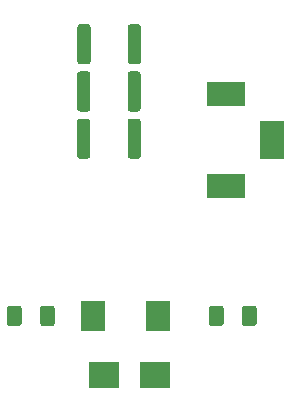
<source format=gbr>
%TF.GenerationSoftware,KiCad,Pcbnew,5.1.6-c6e7f7d~87~ubuntu20.04.1*%
%TF.CreationDate,2020-09-02T03:18:24+02:00*%
%TF.ProjectId,bias-t-injector-smd,62696173-2d74-42d6-996e-6a6563746f72,rev?*%
%TF.SameCoordinates,Original*%
%TF.FileFunction,Paste,Top*%
%TF.FilePolarity,Positive*%
%FSLAX46Y46*%
G04 Gerber Fmt 4.6, Leading zero omitted, Abs format (unit mm)*
G04 Created by KiCad (PCBNEW 5.1.6-c6e7f7d~87~ubuntu20.04.1) date 2020-09-02 03:18:24*
%MOMM*%
%LPD*%
G01*
G04 APERTURE LIST*
%ADD10R,2.000000X2.500000*%
%ADD11R,2.500000X2.300000*%
%ADD12R,3.200000X2.000000*%
%ADD13R,2.000000X3.200000*%
G04 APERTURE END LIST*
%TO.C,C1*%
G36*
G01*
X57812500Y-34549999D02*
X57812500Y-37450001D01*
G75*
G02*
X57562501Y-37700000I-249999J0D01*
G01*
X56937499Y-37700000D01*
G75*
G02*
X56687500Y-37450001I0J249999D01*
G01*
X56687500Y-34549999D01*
G75*
G02*
X56937499Y-34300000I249999J0D01*
G01*
X57562501Y-34300000D01*
G75*
G02*
X57812500Y-34549999I0J-249999D01*
G01*
G37*
G36*
G01*
X53537500Y-34549999D02*
X53537500Y-37450001D01*
G75*
G02*
X53287501Y-37700000I-249999J0D01*
G01*
X52662499Y-37700000D01*
G75*
G02*
X52412500Y-37450001I0J249999D01*
G01*
X52412500Y-34549999D01*
G75*
G02*
X52662499Y-34300000I249999J0D01*
G01*
X53287501Y-34300000D01*
G75*
G02*
X53537500Y-34549999I0J-249999D01*
G01*
G37*
%TD*%
%TO.C,C2*%
G36*
G01*
X47725000Y-50375000D02*
X47725000Y-51625000D01*
G75*
G02*
X47475000Y-51875000I-250000J0D01*
G01*
X46725000Y-51875000D01*
G75*
G02*
X46475000Y-51625000I0J250000D01*
G01*
X46475000Y-50375000D01*
G75*
G02*
X46725000Y-50125000I250000J0D01*
G01*
X47475000Y-50125000D01*
G75*
G02*
X47725000Y-50375000I0J-250000D01*
G01*
G37*
G36*
G01*
X50525000Y-50375000D02*
X50525000Y-51625000D01*
G75*
G02*
X50275000Y-51875000I-250000J0D01*
G01*
X49525000Y-51875000D01*
G75*
G02*
X49275000Y-51625000I0J250000D01*
G01*
X49275000Y-50375000D01*
G75*
G02*
X49525000Y-50125000I250000J0D01*
G01*
X50275000Y-50125000D01*
G75*
G02*
X50525000Y-50375000I0J-250000D01*
G01*
G37*
%TD*%
%TO.C,C3*%
G36*
G01*
X63575000Y-51625000D02*
X63575000Y-50375000D01*
G75*
G02*
X63825000Y-50125000I250000J0D01*
G01*
X64575000Y-50125000D01*
G75*
G02*
X64825000Y-50375000I0J-250000D01*
G01*
X64825000Y-51625000D01*
G75*
G02*
X64575000Y-51875000I-250000J0D01*
G01*
X63825000Y-51875000D01*
G75*
G02*
X63575000Y-51625000I0J250000D01*
G01*
G37*
G36*
G01*
X66375000Y-51625000D02*
X66375000Y-50375000D01*
G75*
G02*
X66625000Y-50125000I250000J0D01*
G01*
X67375000Y-50125000D01*
G75*
G02*
X67625000Y-50375000I0J-250000D01*
G01*
X67625000Y-51625000D01*
G75*
G02*
X67375000Y-51875000I-250000J0D01*
G01*
X66625000Y-51875000D01*
G75*
G02*
X66375000Y-51625000I0J250000D01*
G01*
G37*
%TD*%
D10*
%TO.C,C4*%
X59250000Y-51000000D03*
X53750000Y-51000000D03*
%TD*%
%TO.C,C5*%
G36*
G01*
X57812500Y-30549999D02*
X57812500Y-33450001D01*
G75*
G02*
X57562501Y-33700000I-249999J0D01*
G01*
X56937499Y-33700000D01*
G75*
G02*
X56687500Y-33450001I0J249999D01*
G01*
X56687500Y-30549999D01*
G75*
G02*
X56937499Y-30300000I249999J0D01*
G01*
X57562501Y-30300000D01*
G75*
G02*
X57812500Y-30549999I0J-249999D01*
G01*
G37*
G36*
G01*
X53537500Y-30549999D02*
X53537500Y-33450001D01*
G75*
G02*
X53287501Y-33700000I-249999J0D01*
G01*
X52662499Y-33700000D01*
G75*
G02*
X52412500Y-33450001I0J249999D01*
G01*
X52412500Y-30549999D01*
G75*
G02*
X52662499Y-30300000I249999J0D01*
G01*
X53287501Y-30300000D01*
G75*
G02*
X53537500Y-30549999I0J-249999D01*
G01*
G37*
%TD*%
%TO.C,C6*%
G36*
G01*
X53562500Y-26549999D02*
X53562500Y-29450001D01*
G75*
G02*
X53312501Y-29700000I-249999J0D01*
G01*
X52687499Y-29700000D01*
G75*
G02*
X52437500Y-29450001I0J249999D01*
G01*
X52437500Y-26549999D01*
G75*
G02*
X52687499Y-26300000I249999J0D01*
G01*
X53312501Y-26300000D01*
G75*
G02*
X53562500Y-26549999I0J-249999D01*
G01*
G37*
G36*
G01*
X57837500Y-26549999D02*
X57837500Y-29450001D01*
G75*
G02*
X57587501Y-29700000I-249999J0D01*
G01*
X56962499Y-29700000D01*
G75*
G02*
X56712500Y-29450001I0J249999D01*
G01*
X56712500Y-26549999D01*
G75*
G02*
X56962499Y-26300000I249999J0D01*
G01*
X57587501Y-26300000D01*
G75*
G02*
X57837500Y-26549999I0J-249999D01*
G01*
G37*
%TD*%
D11*
%TO.C,D1*%
X54700000Y-56000000D03*
X59000000Y-56000000D03*
%TD*%
D12*
%TO.C,L2*%
X65000000Y-32200000D03*
X65000000Y-40000000D03*
D13*
X68900000Y-36100000D03*
%TD*%
M02*

</source>
